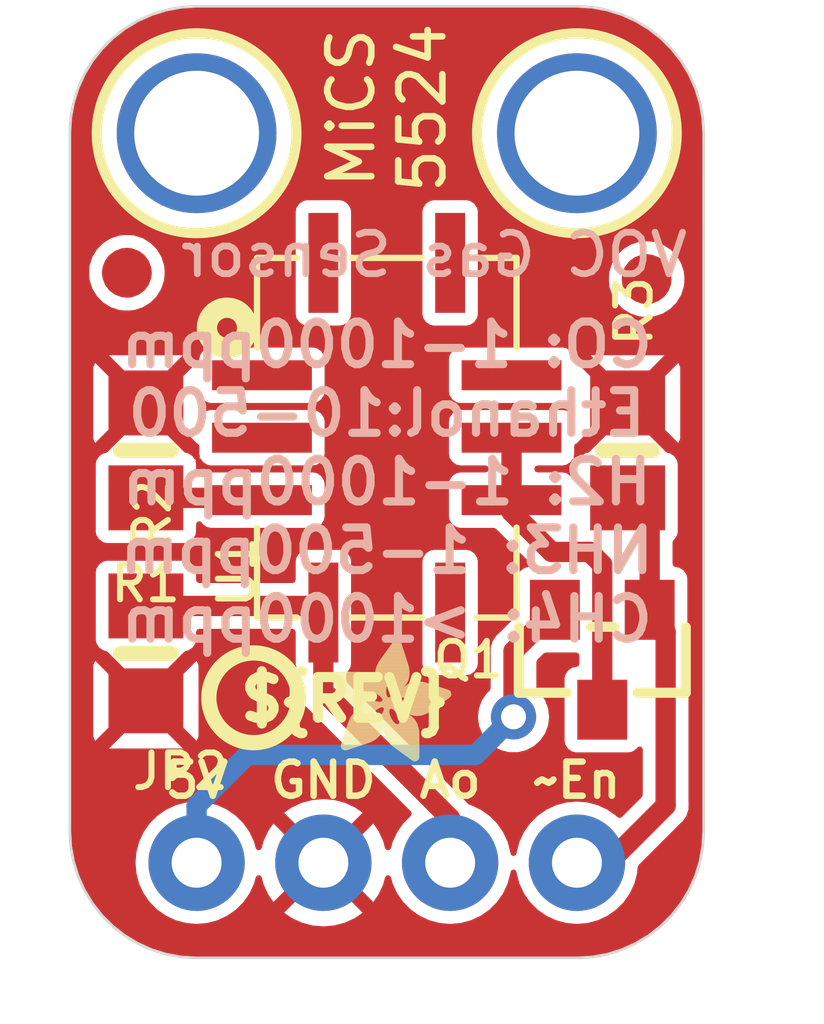
<source format=kicad_pcb>
(kicad_pcb (version 20221018) (generator pcbnew)
  (layers (0 "F.Cu" signal) (31 "B.Cu" signal) (34 "B.Paste" user) (35 "F.Paste" user) (36 "B.SilkS" user "B.Silkscreen") (37 "F.SilkS" user "F.Silkscreen") (38 "B.Mask" user) (39 "F.Mask" user) (44 "Edge.Cuts" user))
  (net 0 "")
  (net 1 "5.0V")
  (net 2 "AOUT")
  (net 3 "GND")
  (net 4 "N$1")
  (net 5 "HEATER")
  (net 6 "ENABLE")
  (net 7 "N$2")
  (footprint "working:MOUNTINGHOLE_2.5_PLATED" (layer "F.Cu") (at 144.6911 98.0186)
    (fp_text reference "U$3" hide)
    (fp_text value "MOUNTINGHOLE2.5" hide)
    (pad "P$1" thru_hole circle (at 0 0) (size 3.2 3.2) (drill 2.5) (layers "*.Cu" "*.Mask"))
    (zone (net 0) (net_name "") (layer "F.Cu") (connect_pads (clearance 0)) (min_thickness 0.25)
      (keepout (tracks not_allowed) (vias not_allowed) (pads not_allowed) (copperpour not_allowed) (footprints allowed))
      (fill (thermal_gap 0.5) (thermal_bridge_width 0.5))
      (polygon (pts (xy 146.7071 98.0186) (xy 146.68748 97.738027) (xy 146.629004 97.462915) (xy 146.532808 97.198619) (xy 146.400765 96.950283) (xy 146.235446 96.72274) (xy 146.040067 96.52042) (xy 145.818433 96.34726) (xy 145.574856 96.206631) (xy 145.314078 96.10127) (xy 145.041175 96.033228) (xy 144.761457 96.003828) (xy 144.480371 96.013644) (xy 144.203385 96.062484) (xy 143.935893 96.149397) (xy 143.6831 96.272693) (xy 143.449926 96.42997) (xy 143.240911 96.618169) (xy 143.060122 96.833625) (xy 142.911078 97.072145) (xy 142.79668 97.329087) (xy 142.719154 97.59945) (xy 142.680011 97.877971) (xy 142.680011 98.159229) (xy 142.719154 98.43775) (xy 142.79668 98.708113) (xy 142.911078 98.965055) (xy 143.060122 99.203575) (xy 143.240911 99.419031) (xy 143.449926 99.60723) (xy 143.6831 99.764507) (xy 143.935893 99.887803) (xy 144.203385 99.974716) (xy 144.480371 100.023556) (xy 144.761457 100.033372) (xy 145.041175 100.003972) (xy 145.314078 99.93593) (xy 145.574856 99.830569) (xy 145.818433 99.68994) (xy 146.040067 99.51678) (xy 146.235446 99.31446) (xy 146.400765 99.086917) (xy 146.532808 98.838581) (xy 146.629004 98.574285) (xy 146.68748 98.299173)))
      (polygon (pts (xy 144.6751 98.0186) (xy 144.679786 98.029914) (xy 144.6911 98.0346) (xy 144.702414 98.029914) (xy 144.7071 98.0186) (xy 144.702414 98.007286) (xy 144.6911 98.0026) (xy 144.679786 98.007286)))
    )
  )
  (footprint "working:FIDUCIAL_1MM" (layer "F.Cu") (at 143.2941 100.8126)
    (fp_text reference "FID2" hide)
    (fp_text value "FIDUCIAL\"\"" hide)
    (pad "1" smd roundrect (at 0 0) (size 1 1) (layers "F.Cu" "F.Mask") (roundrect_rratio 0.5))
  )
  (footprint "working:PCBFEAT-REV-040" (layer "F.Cu") (at 145.8341 109.3216)
    (fp_text reference "U$10" hide)
    (fp_text value "" hide)
    (fp_text user "${REV}" (at -0.3556 0.508) (layer "F.SilkS") (effects (font (size 0.8128 0.8128) (thickness 0.2032)) (justify left bottom)))
  )
  (footprint "working:ADAFRUIT_2.5MM" (layer "F.Cu") (at 147.3581 110.5916)
    (fp_text reference "U$7" hide)
    (fp_text value "" hide)
  )
  (footprint "working:1X04_ROUND_76" (layer "F.Cu") (at 148.5011 112.6236)
    (fp_text reference "JP2" (at -5.1562 -1.8288) (layer "F.SilkS") (effects (font (size 0.692831 0.692831) (thickness 0.119969)) (justify left)))
    (fp_text value "")
    (pad "1" thru_hole circle (at -3.81 0 90) (size 1.9304 1.9304) (drill 1) (layers "*.Cu" "*.Mask") (net 1 "5.0V"))
    (pad "2" thru_hole circle (at -1.27 0 90) (size 1.9304 1.9304) (drill 1) (layers "*.Cu" "*.Mask") (net 3 "GND"))
    (pad "3" thru_hole circle (at 1.27 0 90) (size 1.9304 1.9304) (drill 1) (layers "*.Cu" "*.Mask") (net 2 "AOUT"))
    (pad "4" thru_hole circle (at 3.81 0 90) (size 1.9304 1.9304) (drill 1) (layers "*.Cu" "*.Mask") (net 6 "ENABLE"))
  )
  (footprint "working:0805-NO" (layer "F.Cu") (at 143.6751 104.3686 -90)
    (fp_text reference "R1" (at 2.667 0.762) (layer "F.SilkS") (effects (font (size 0.692831 0.692831) (thickness 0.119969)) (justify left)))
    (fp_text value "82Ω 1%")
    (pad "1" smd rect (at -0.95 0 270) (size 1.3 1.5) (layers "F.Cu" "F.Paste" "F.Mask") (net 3 "GND"))
    (pad "2" smd rect (at 0.95 0 270) (size 1.3 1.5) (layers "F.Cu" "F.Paste" "F.Mask") (net 5 "HEATER"))
  )
  (footprint "working:0805-NO" (layer "F.Cu") (at 143.6751 108.4326 90)
    (fp_text reference "R2" (at 2.032 0.127 90) (layer "F.SilkS") (effects (font (size 0.692831 0.692831) (thickness 0.119969)) (justify left)))
    (fp_text value "10K")
    (pad "1" smd rect (at -0.95 0 90) (size 1.3 1.5) (layers "F.Cu" "F.Paste" "F.Mask") (net 3 "GND"))
    (pad "2" smd rect (at 0.95 0 90) (size 1.3 1.5) (layers "F.Cu" "F.Paste" "F.Mask") (net 2 "AOUT"))
  )
  (footprint "working:FIDUCIAL_1MM" (layer "F.Cu") (at 153.7081 100.9396)
    (fp_text reference "FID1" hide)
    (fp_text value "FIDUCIAL\"\"" hide)
    (pad "1" smd roundrect (at 0 0) (size 1 1) (layers "F.Cu" "F.Mask") (roundrect_rratio 0.5))
  )
  (footprint "working:MOUNTINGHOLE_2.5_PLATED" (layer "F.Cu") (at 152.3111 98.0186)
    (fp_text reference "U$4" hide)
    (fp_text value "MOUNTINGHOLE2.5" hide)
    (pad "P$1" thru_hole circle (at 0 0) (size 3.2 3.2) (drill 2.5) (layers "*.Cu" "*.Mask"))
    (zone (net 0) (net_name "") (layer "F.Cu") (connect_pads (clearance 0)) (min_thickness 0.25)
      (keepout (tracks not_allowed) (vias not_allowed) (pads not_allowed) (copperpour not_allowed) (footprints allowed))
      (fill (thermal_gap 0.5) (thermal_bridge_width 0.5))
      (polygon (pts (xy 154.3271 98.0186) (xy 154.30748 97.738027) (xy 154.249004 97.462915) (xy 154.152808 97.198619) (xy 154.020765 96.950283) (xy 153.855446 96.72274) (xy 153.660067 96.52042) (xy 153.438433 96.34726) (xy 153.194856 96.206631) (xy 152.934078 96.10127) (xy 152.661175 96.033228) (xy 152.381457 96.003828) (xy 152.100371 96.013644) (xy 151.823385 96.062484) (xy 151.555893 96.149397) (xy 151.3031 96.272693) (xy 151.069926 96.42997) (xy 150.860911 96.618169) (xy 150.680122 96.833625) (xy 150.531078 97.072145) (xy 150.41668 97.329087) (xy 150.339154 97.59945) (xy 150.300011 97.877971) (xy 150.300011 98.159229) (xy 150.339154 98.43775) (xy 150.41668 98.708113) (xy 150.531078 98.965055) (xy 150.680122 99.203575) (xy 150.860911 99.419031) (xy 151.069926 99.60723) (xy 151.3031 99.764507) (xy 151.555893 99.887803) (xy 151.823385 99.974716) (xy 152.100371 100.023556) (xy 152.381457 100.033372) (xy 152.661175 100.003972) (xy 152.934078 99.93593) (xy 153.194856 99.830569) (xy 153.438433 99.68994) (xy 153.660067 99.51678) (xy 153.855446 99.31446) (xy 154.020765 99.086917) (xy 154.152808 98.838581) (xy 154.249004 98.574285) (xy 154.30748 98.299173)))
      (polygon (pts (xy 152.2951 98.0186) (xy 152.299786 98.029914) (xy 152.3111 98.0346) (xy 152.322414 98.029914) (xy 152.3271 98.0186) (xy 152.322414 98.007286) (xy 152.3111 98.0026) (xy 152.299786 98.007286)))
    )
  )
  (footprint "working:MICS-5524" (layer "F.Cu") (at 148.5011 104.1146 90)
    (fp_text reference "U1" (at -3.462 -3.008 90) (layer "F.SilkS") (effects (font (size 0.692831 0.692831) (thickness 0.119969)) (justify left)))
    (fp_text value "MiCS-5524")
    (pad "A" smd rect (at 1.25 -2.5 90) (size 0.6 2) (layers "F.Cu" "F.Paste" "F.Mask"))
    (pad "B" smd rect (at 0 -2.5 90) (size 0.6 2) (layers "F.Cu" "F.Paste" "F.Mask"))
    (pad "C" smd rect (at -1.25 -2.5 90) (size 0.6 2) (layers "F.Cu" "F.Paste" "F.Mask") (net 5 "HEATER"))
    (pad "D" smd rect (at -3.5 -1.27 180) (size 0.6 2) (layers "F.Cu" "F.Paste" "F.Mask") (net 2 "AOUT"))
    (pad "E" smd rect (at -3.5 1.27 180) (size 0.6 2) (layers "F.Cu" "F.Paste" "F.Mask"))
    (pad "F" smd rect (at -1.25 2.5 90) (size 0.6 2) (layers "F.Cu" "F.Paste" "F.Mask") (net 7 "N$2"))
    (pad "G" smd rect (at 0 2.5 90) (size 0.6 2) (layers "F.Cu" "F.Paste" "F.Mask") (net 7 "N$2"))
    (pad "H" smd rect (at 1.25 2.5 90) (size 0.6 2) (layers "F.Cu" "F.Paste" "F.Mask"))
    (pad "J" smd rect (at 3.5 1.27 180) (size 0.6 2) (layers "F.Cu" "F.Paste" "F.Mask"))
    (pad "K" smd rect (at 3.5 -1.27 180) (size 0.6 2) (layers "F.Cu" "F.Paste" "F.Mask") (net 4 "N$1"))
  )
  (footprint "working:SOT23-WIDE" (layer "F.Cu") (at 152.8191 108.5596 180)
    (fp_text reference "Q1" (at 1.905 0) (layer "F.SilkS") (effects (font (size 0.692831 0.692831) (thickness 0.119969)) (justify right)))
    (fp_text value "DMG3415U")
    (pad "1" smd rect (at -0.95 1 180) (size 1 1.2) (layers "F.Cu" "F.Paste" "F.Mask") (net 6 "ENABLE"))
    (pad "2" smd rect (at 0.95 1 180) (size 1 1.2) (layers "F.Cu" "F.Paste" "F.Mask") (net 1 "5.0V"))
    (pad "3" smd rect (at 0 -1 180) (size 1 1.2) (layers "F.Cu" "F.Paste" "F.Mask") (net 7 "N$2"))
  )
  (footprint "working:0805-NO" (layer "F.Cu") (at 153.3271 104.3686 90)
    (fp_text reference "R3" (at 2.032 0.127 90) (layer "F.SilkS") (effects (font (size 0.692831 0.692831) (thickness 0.119969)) (justify left)))
    (fp_text value "10K")
    (pad "1" smd rect (at -0.95 0 90) (size 1.3 1.5) (layers "F.Cu" "F.Paste" "F.Mask") (net 6 "ENABLE"))
    (pad "2" smd rect (at 0.95 0 90) (size 1.3 1.5) (layers "F.Cu" "F.Paste" "F.Mask") (net 3 "GND"))
  )
  (gr_line (start 154.8511 98.0186) (end 154.8511 111.9886) (stroke (width 0.05)) (layer "Edge.Cuts"))
  (gr_arc (start 154.8511 111.9886) (mid 154.107151 113.784651) (end 152.3111 114.5286) (stroke (width 0.05)) (layer "Edge.Cuts"))
  (gr_arc (start 144.6911 114.5286) (mid 142.895049 113.784651) (end 142.1511 111.9886) (stroke (width 0.05)) (layer "Edge.Cuts"))
  (gr_line (start 144.6911 95.4786) (end 152.3111 95.4786) (stroke (width 0.05)) (layer "Edge.Cuts"))
  (gr_line (start 152.3111 114.5286) (end 144.6911 114.5286) (stroke (width 0.05)) (layer "Edge.Cuts"))
  (gr_arc (start 152.3111 95.4786) (mid 154.107151 96.222549) (end 154.8511 98.0186) (stroke (width 0.05)) (layer "Edge.Cuts"))
  (gr_arc (start 142.1511 98.0186) (mid 142.895049 96.222549) (end 144.6911 95.4786) (stroke (width 0.05)) (layer "Edge.Cuts"))
  (gr_line (start 142.1511 111.9886) (end 142.1511 98.0186) (stroke (width 0.05)) (layer "Edge.Cuts"))
  (gr_text "VOC Gas Sensor" (at 154.5971 100.9396) (layer "B.SilkS") (effects (font (size 0.830072 0.830072) (thickness 0.135128)) (justify left bottom mirror)))
  (gr_text "CO: 1-1000ppm\nEthanol:10-500\nH2: 1-1000ppm\nNH3: 1-500ppm\nCH4: >1000ppm" (at 148.5011 105.0036) (layer "B.SilkS") (effects (font (size 0.85344 0.85344) (thickness 0.16256)) (justify mirror)))
  (gr_text "GND" (at 147.2311 110.9726) (layer "F.SilkS") (effects (font (size 0.682752 0.682752) (thickness 0.130048))))
  (gr_text "5V" (at 144.6911 110.9726) (layer "F.SilkS") (effects (font (size 0.682752 0.682752) (thickness 0.130048))))
  (gr_text "~En" (at 152.3111 110.9726) (layer "F.SilkS") (effects (font (size 0.682752 0.682752) (thickness 0.130048))))
  (gr_text "Ao" (at 149.7711 110.9726) (layer "F.SilkS") (effects (font (size 0.682752 0.682752) (thickness 0.130048))))
  (gr_text "MiCS\n5524" (at 148.5011 97.5106 90) (layer "F.SilkS") (effects (font (size 0.88392 0.88392) (thickness 0.13208))))
  (segment (start 151.8691 107.5596) (end 151.0411 108.3876) (width 0.4064) (layer "F.Cu") (net 1))
  (segment (start 151.0411 108.3876) (end 151.0411 109.7026) (width 0.4064) (layer "F.Cu") (net 1))
  (via (at 151.0411 109.7026) (size 0.9064) (drill 0.5) (layers "F.Cu" "B.Cu") (net 1))
  (segment (start 145.7071 110.4646) (end 144.6911 111.4806) (width 0.4064) (layer "B.Cu") (net 1))
  (segment (start 144.6911 111.4806) (end 144.6911 112.6236) (width 0.4064) (layer "B.Cu") (net 1))
  (segment (start 150.2791 110.4646) (end 145.7071 110.4646) (width 0.4064) (layer "B.Cu") (net 1))
  (segment (start 151.0411 109.7026) (end 150.2791 110.4646) (width 0.4064) (layer "B.Cu") (net 1))
  (segment (start 147.2311 107.6146) (end 147.2311 109.1946) (width 0.4064) (layer "F.Cu") (net 2))
  (segment (start 143.6751 107.4826) (end 147.2311 107.4826) (width 0.4064) (layer "F.Cu") (net 2))
  (segment (start 149.7711 111.7346) (end 149.7711 112.6236) (width 0.4064) (layer "F.Cu") (net 2))
  (segment (start 147.2311 109.1946) (end 149.7711 111.7346) (width 0.4064) (layer "F.Cu") (net 2))
  (segment (start 147.2311 107.4826) (end 147.2311 107.6146) (width 0.4064) (layer "F.Cu") (net 2))
  (segment (start 146.0011 105.3186) (end 146.0011 105.3646) (width 0.4064) (layer "F.Cu") (net 5))
  (segment (start 143.6751 105.3186) (end 146.0011 105.3186) (width 0.4064) (layer "F.Cu") (net 5))
  (segment (start 153.7691 107.5596) (end 154.0891 108.0066) (width 0.4064) (layer "F.Cu") (net 6))
  (segment (start 154.0891 108.0066) (end 154.0891 111.4806) (width 0.4064) (layer "F.Cu") (net 6))
  (segment (start 153.3271 105.3186) (end 153.7691 105.3186) (width 0.4064) (layer "F.Cu") (net 6))
  (segment (start 154.0891 111.4806) (end 152.8191 112.7506) (width 0.4064) (layer "F.Cu") (net 6))
  (segment (start 153.7691 105.3186) (end 153.7691 107.5596) (width 0.4064) (layer "F.Cu") (net 6))
  (segment (start 152.8191 112.7506) (end 152.3111 112.6236) (width 0.4064) (layer "F.Cu") (net 6))
  (segment (start 151.0011 105.3646) (end 151.0011 105.5986) (width 0.4064) (layer "F.Cu") (net 7))
  (segment (start 151.0011 105.3646) (end 151.0011 104.1146) (width 0.4064) (layer "F.Cu") (net 7))
  (segment (start 151.8031 106.4006) (end 152.5651 106.4006) (width 0.4064) (layer "F.Cu") (net 7))
  (segment (start 151.0011 105.5986) (end 151.8031 106.4006) (width 0.4064) (layer "F.Cu") (net 7))
  (segment (start 152.8191 106.6546) (end 152.8191 109.5596) (width 0.4064) (layer "F.Cu") (net 7))
  (segment (start 152.5651 106.4006) (end 152.8191 106.6546) (width 0.4064) (layer "F.Cu") (net 7))
  (zone (net 3) (net_name "GND") (layer "F.Cu") (priority 6) (connect_pads (clearance 0.254)) (min_thickness 0.127) (fill yes (thermal_gap 0.304) (thermal_bridge_width 0.304))
    (polygon (pts (xy 152.632599 95.370815) (xy 152.949411 95.428873) (xy 153.256913 95.524695) (xy 153.550625 95.656884) (xy 153.82626 95.823511) (xy 154.079802 96.022148) (xy 154.307552 96.249898) (xy 154.506189 96.50344) (xy 154.672816 96.779075) (xy 154.805005 97.072787) (xy 154.900827 97.380289) (xy 154.958885 97.697101) (xy 154.9781 98.014763) (xy 154.9781 114.6556) (xy 142.0241 114.6556) (xy 142.0241 98.014763) (xy 142.043315 97.697101) (xy 142.101373 97.380289) (xy 142.197195 97.072787) (xy 142.329384 96.779075) (xy 142.496011 96.50344) (xy 142.694648 96.249898) (xy 142.922398 96.022148) (xy 143.17594 95.823511) (xy 143.451575 95.656884) (xy 143.745287 95.524695) (xy 144.052789 95.428873) (xy 144.369601 95.370815) (xy 144.687263 95.3516) (xy 152.314937 95.3516)))
  )
)
</source>
